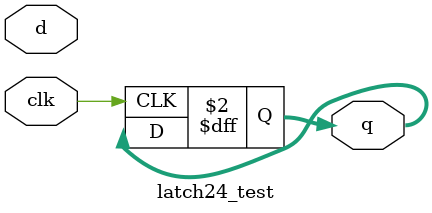
<source format=v>
module latch24_test( d, clk,q );
	
	

	input [23:0] d;
    input clk;
    output [23:0] q;
    reg [23:0] q;
    always @(posedge clk) begin
        q[23:0]<=q[23:0];
    end



	

endmodule

</source>
